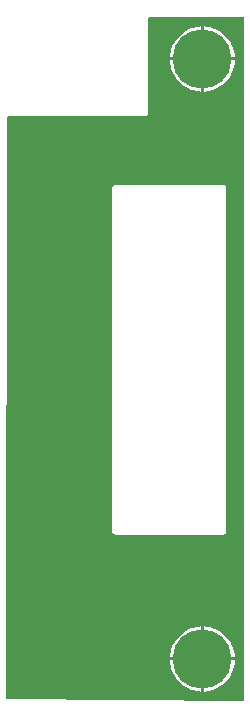
<source format=gtl>
G04 Layer: TopLayer*
G04 Panelize: , Column: 2, Row: 2, Board Size: 20.7mm x 58.42mm, Panelized Board Size: 43.4mm x 118.84mm*
G04 EasyEDA v6.5.32, 2023-07-25 14:04:49*
G04 b7232d157d0140b2a16a3caa382a101f,5a6b42c53f6a479593ecc07194224c93,10*
G04 Gerber Generator version 0.2*
G04 Scale: 100 percent, Rotated: No, Reflected: No *
G04 Dimensions in millimeters *
G04 leading zeros omitted , absolute positions ,4 integer and 5 decimal *
%FSLAX45Y45*%
%MOMM*%

%ADD10C,5.0000*%

%LPD*%
G36*
X5805881Y26111D02*
G01*
X3808018Y38404D01*
X3804107Y39166D01*
X3800856Y41402D01*
X3798671Y44704D01*
X3797909Y48564D01*
X3810406Y4967782D01*
X3811219Y4971643D01*
X3813403Y4974945D01*
X3816705Y4977130D01*
X3820566Y4977892D01*
X4977790Y4977892D01*
X4984292Y4978704D01*
X4989830Y4980787D01*
X4994960Y4984343D01*
X4998008Y4987340D01*
X5000650Y4990947D01*
X5003139Y4996484D01*
X5004308Y5003952D01*
X5004308Y5805932D01*
X5005070Y5809843D01*
X5007305Y5813094D01*
X5010556Y5815330D01*
X5014468Y5816092D01*
X5805932Y5816092D01*
X5809843Y5815330D01*
X5813094Y5813094D01*
X5815330Y5809843D01*
X5816092Y5805932D01*
X5816092Y36271D01*
X5815330Y32410D01*
X5813094Y29108D01*
X5809792Y26873D01*
G37*

%LPC*%
G36*
X5473700Y105562D02*
G01*
X5478322Y105664D01*
X5501284Y108051D01*
X5523992Y112369D01*
X5546242Y118618D01*
X5567934Y126644D01*
X5588812Y136499D01*
X5608828Y148031D01*
X5627827Y161239D01*
X5645607Y175971D01*
X5662117Y192125D01*
X5677204Y209600D01*
X5690819Y228295D01*
X5702757Y248107D01*
X5713018Y268782D01*
X5721553Y290271D01*
X5728208Y312369D01*
X5733034Y334975D01*
X5735929Y357936D01*
X5736336Y368300D01*
X5473700Y368300D01*
G37*
G36*
X5448300Y105613D02*
G01*
X5448300Y368300D01*
X5185410Y368300D01*
X5187289Y346405D01*
X5191150Y323646D01*
X5196890Y301244D01*
X5204460Y279450D01*
X5213858Y258317D01*
X5224983Y238099D01*
X5237784Y218846D01*
X5252161Y200710D01*
X5267960Y183896D01*
X5285130Y168402D01*
X5303520Y154432D01*
X5323027Y142087D01*
X5343499Y131368D01*
X5364835Y122428D01*
X5386781Y115265D01*
X5409285Y109982D01*
X5432145Y106629D01*
G37*
G36*
X5473700Y393700D02*
G01*
X5736336Y393700D01*
X5735929Y404063D01*
X5733034Y427024D01*
X5728208Y449630D01*
X5721553Y471728D01*
X5713018Y493217D01*
X5702757Y513892D01*
X5690819Y533704D01*
X5677204Y552348D01*
X5662117Y569874D01*
X5645607Y586028D01*
X5627827Y600760D01*
X5608828Y613968D01*
X5588812Y625500D01*
X5567934Y635355D01*
X5546242Y643382D01*
X5523992Y649630D01*
X5501284Y653948D01*
X5478322Y656336D01*
X5473700Y656437D01*
G37*
G36*
X5185410Y393700D02*
G01*
X5448300Y393700D01*
X5448300Y656386D01*
X5432145Y655370D01*
X5409285Y652018D01*
X5386781Y646734D01*
X5364835Y639572D01*
X5343499Y630631D01*
X5323027Y619912D01*
X5303520Y607568D01*
X5285130Y593598D01*
X5267960Y578104D01*
X5252161Y561289D01*
X5237784Y543153D01*
X5224983Y523900D01*
X5213858Y503682D01*
X5204460Y482549D01*
X5196890Y460756D01*
X5191150Y438353D01*
X5187289Y415594D01*
G37*
G36*
X4724958Y1434592D02*
G01*
X5638241Y1434592D01*
X5644540Y1435303D01*
X5650026Y1437233D01*
X5654903Y1440281D01*
X5659018Y1444396D01*
X5662066Y1449273D01*
X5663996Y1454759D01*
X5664708Y1461058D01*
X5664708Y4368241D01*
X5663996Y4374540D01*
X5662066Y4380026D01*
X5659018Y4384903D01*
X5654903Y4389018D01*
X5650026Y4392066D01*
X5644540Y4393996D01*
X5638241Y4394708D01*
X4724958Y4394708D01*
X4718659Y4393996D01*
X4713173Y4392066D01*
X4708296Y4389018D01*
X4704181Y4384903D01*
X4701133Y4380026D01*
X4699203Y4374540D01*
X4698492Y4368241D01*
X4698492Y1461058D01*
X4699203Y1454759D01*
X4701133Y1449273D01*
X4704181Y1444396D01*
X4708296Y1440281D01*
X4713173Y1437233D01*
X4718659Y1435303D01*
G37*
G36*
X5473700Y5185562D02*
G01*
X5478322Y5185664D01*
X5501284Y5188051D01*
X5523992Y5192369D01*
X5546242Y5198618D01*
X5567934Y5206644D01*
X5588812Y5216499D01*
X5608828Y5228031D01*
X5627827Y5241239D01*
X5645607Y5255971D01*
X5662117Y5272125D01*
X5677204Y5289600D01*
X5690819Y5308295D01*
X5702757Y5328107D01*
X5713018Y5348782D01*
X5721553Y5370271D01*
X5728208Y5392369D01*
X5733034Y5414975D01*
X5735929Y5437936D01*
X5736336Y5448300D01*
X5473700Y5448300D01*
G37*
G36*
X5448300Y5185613D02*
G01*
X5448300Y5448300D01*
X5185410Y5448300D01*
X5187289Y5426405D01*
X5191150Y5403646D01*
X5196890Y5381244D01*
X5204460Y5359450D01*
X5213858Y5338318D01*
X5224983Y5318099D01*
X5237784Y5298846D01*
X5252161Y5280710D01*
X5267960Y5263896D01*
X5285130Y5248402D01*
X5303520Y5234432D01*
X5323027Y5222087D01*
X5343499Y5211368D01*
X5364835Y5202428D01*
X5386781Y5195265D01*
X5409285Y5189982D01*
X5432145Y5186629D01*
G37*
G36*
X5473700Y5473700D02*
G01*
X5736336Y5473700D01*
X5735929Y5484063D01*
X5733034Y5507024D01*
X5728208Y5529630D01*
X5721553Y5551728D01*
X5713018Y5573217D01*
X5702757Y5593892D01*
X5690819Y5613704D01*
X5677204Y5632348D01*
X5662117Y5649874D01*
X5645607Y5666028D01*
X5627827Y5680760D01*
X5608828Y5693968D01*
X5588812Y5705500D01*
X5567934Y5715355D01*
X5546242Y5723382D01*
X5523992Y5729630D01*
X5501284Y5733948D01*
X5478322Y5736336D01*
X5473700Y5736437D01*
G37*
G36*
X5185410Y5473700D02*
G01*
X5448300Y5473700D01*
X5448300Y5736386D01*
X5432145Y5735370D01*
X5409285Y5732018D01*
X5386781Y5726734D01*
X5364835Y5719572D01*
X5343499Y5710631D01*
X5323027Y5699912D01*
X5303520Y5687568D01*
X5285130Y5673598D01*
X5267960Y5658104D01*
X5252161Y5641289D01*
X5237784Y5623153D01*
X5224983Y5603900D01*
X5213858Y5583682D01*
X5204460Y5562549D01*
X5196890Y5540756D01*
X5191150Y5518353D01*
X5187289Y5495594D01*
G37*

%LPD*%
D10*
G01*
X5461000Y5461000D03*
G01*
X5461000Y381000D03*
M02*

</source>
